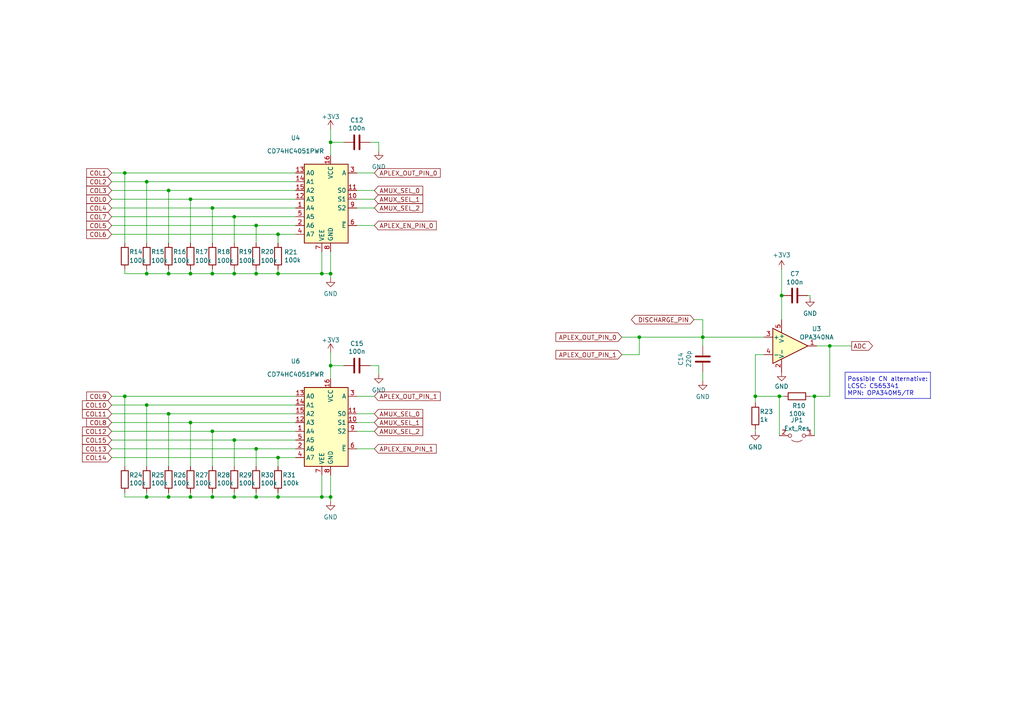
<source format=kicad_sch>
(kicad_sch (version 20230121) (generator eeschema)
  (paper "A4")
  (title_block (title "RF_R1_8-9Xu PCB") (date "2023-11-23") (rev "1.2") (company "LU.SV Solutions") (comment 1 "Cipulot PCB Design") (comment 2 "Cipulot") (comment 3 "GNU General Public License v3.0 "))
  (lib_symbols
    (symbol "74xx:74HC4051"
      (property "Reference" "U" (at -5.08 11.43 0))
      (property "Value" "74HC4051" (at -7.62 -13.97 0))
      (symbol "74HC4051_0_1"
        (rectangle (start -5.08 10.16) (end 7.62 -12.7) (stroke (width 0.254)) (fill (type background)))
      )
      (symbol "74HC4051_1_1"
        (pin passive line (at 10.16 -2.54 180) (length 2.54) (name "A4") (number "1"))
        (pin input line (at -7.62 0 0) (length 2.54) (name "S1") (number "10"))
        (pin input line (at -7.62 2.54 0) (length 2.54) (name "S0") (number "11"))
        (pin passive line (at 10.16 0 180) (length 2.54) (name "A3") (number "12"))
        (pin passive line (at 10.16 7.62 180) (length 2.54) (name "A0") (number "13"))
        (pin passive line (at 10.16 5.08 180) (length 2.54) (name "A1") (number "14"))
        (pin passive line (at 10.16 2.54 180) (length 2.54) (name "A2") (number "15"))
        (pin power_in line (at 0 12.7 270) (length 2.54) (name "VCC") (number "16"))
        (pin passive line (at 10.16 -7.62 180) (length 2.54) (name "A6") (number "2"))
        (pin passive line (at -7.62 7.62 0) (length 2.54) (name "A") (number "3"))
        (pin passive line (at 10.16 -10.16 180) (length 2.54) (name "A7") (number "4"))
        (pin passive line (at 10.16 -5.08 180) (length 2.54) (name "A5") (number "5"))
        (pin input line (at -7.62 -7.62 0) (length 2.54) (name "~{E}") (number "6"))
        (pin power_in line (at 2.54 -15.24 90) (length 2.54) (name "VEE") (number "7"))
        (pin power_in line (at 0 -15.24 90) (length 2.54) (name "GND") (number "8"))
        (pin input line (at -7.62 -2.54 0) (length 2.54) (name "S2") (number "9"))
      )
    )
    (symbol "Amplifier_Operational:OPA340NA" (pin_names (offset 0.127))
      (property "Reference" "U" (at -1.27 6.35 0))
      (property "Value" "OPA340NA" (at -1.27 3.81 0))
      (symbol "OPA340NA_0_1"
        (polyline (pts (xy -5.08 5.08) (xy 5.08 0) (xy -5.08 -5.08) (xy -5.08 5.08)) (stroke (width 0.254)) (fill (type background)))
        (pin power_in line (at -2.54 -7.62 90) (length 3.81) (name "V-") (number "2"))
        (pin power_in line (at -2.54 7.62 270) (length 3.81) (name "V+") (number "5"))
      )
      (symbol "OPA340NA_1_1"
        (pin output line (at 7.62 0 180) (length 2.54) (name "~") (number "1"))
        (pin input line (at -7.62 2.54 0) (length 2.54) (name "+") (number "3"))
        (pin input line (at -7.62 -2.54 0) (length 2.54) (name "-") (number "4"))
      )
    )
    (symbol "Device:C" (pin_numbers hide) (pin_names (offset 0.254))
      (property "Reference" "C" (at 0.635 2.54 0))
      (property "Value" "C" (at 0.635 -2.54 0))
      (symbol "C_0_1"
        (polyline (pts (xy -2.032 -0.762) (xy 2.032 -0.762)) (stroke (width 0.508)))
        (polyline (pts (xy -2.032 0.762) (xy 2.032 0.762)) (stroke (width 0.508)))
      )
      (symbol "C_1_1"
        (pin passive line (at 0 3.81 270) (length 2.794) (name "~") (number "1"))
        (pin passive line (at 0 -3.81 90) (length 2.794) (name "~") (number "2"))
      )
    )
    (symbol "Device:R" (pin_numbers hide) (pin_names (offset 0))
      (property "Reference" "R" (at 2.032 0 90))
      (property "Value" "R" (at 0 0 90))
      (symbol "R_0_1"
        (rectangle (start -1.016 -2.54) (end 1.016 2.54) (stroke (width 0.254)))
      )
      (symbol "R_1_1"
        (pin passive line (at 0 3.81 270) (length 1.27) (name "~") (number "1"))
        (pin passive line (at 0 -3.81 90) (length 1.27) (name "~") (number "2"))
      )
    )
    (symbol "Jumper:Jumper_2_Open" (pin_names (offset 0) hide)
      (property "Reference" "JP" (at 0 2.794 0))
      (property "Value" "Jumper_2_Open" (at 0 -2.286 0))
      (symbol "Jumper_2_Open_0_0"
        (circle (center -2.032 0) (radius 0.508))
        (circle (center 2.032 0) (radius 0.508))
      )
      (symbol "Jumper_2_Open_0_1"
        (arc (start 1.524 1.27) (mid 0 1.778) (end -1.524 1.27))
      )
      (symbol "Jumper_2_Open_1_1"
        (pin passive line (at -5.08 0 0) (length 2.54) (name "A") (number "1"))
        (pin passive line (at 5.08 0 180) (length 2.54) (name "B") (number "2"))
      )
    )
    (symbol "power:+3.3V" (power) (pin_names (offset 0))
      (property "Value" "+3.3V" (at 0 3.556 0))
      (symbol "+3.3V_0_1"
        (polyline (pts (xy -0.762 1.27) (xy 0 2.54)))
        (polyline (pts (xy 0 0) (xy 0 2.54)))
        (polyline (pts (xy 0 2.54) (xy 0.762 1.27)))
      )
      (symbol "+3.3V_1_1"
        (pin power_in line (at 0 0 90) (length 0) hide (name "+3V3") (number "1"))
      )
    )
    (symbol "power:GND" (power) (pin_names (offset 0))
      (property "Value" "GND" (at 0 -3.81 0))
      (symbol "GND_0_1"
        (polyline (pts (xy 0 0) (xy 0 -1.27) (xy 1.27 -1.27) (xy 0 -2.54) (xy -1.27 -1.27) (xy 0 -1.27)))
      )
      (symbol "GND_1_1"
        (pin power_in line (at 0 0 270) (length 0) hide (name "GND") (number "1"))
      )
    )
  )
  (junction (at 93.345 79.375))
  (junction (at 55.245 57.785))
  (junction (at 95.885 41.275))
  (junction (at 185.42 97.79))
  (junction (at 95.885 79.375))
  (junction (at 80.645 132.715))
  (junction (at 74.295 130.175))
  (junction (at 240.665 100.33))
  (junction (at 219.075 114.935))
  (junction (at 74.295 79.375))
  (junction (at 67.945 144.145))
  (junction (at 42.545 117.475))
  (junction (at 67.945 127.635))
  (junction (at 93.345 144.145))
  (junction (at 48.895 79.375))
  (junction (at 55.245 79.375))
  (junction (at 236.22 114.935))
  (junction (at 226.695 85.725))
  (junction (at 67.945 79.375))
  (junction (at 42.545 79.375))
  (junction (at 61.595 60.325))
  (junction (at 95.885 106.045))
  (junction (at 61.595 125.095))
  (junction (at 42.545 144.145))
  (junction (at 74.295 65.405))
  (junction (at 48.895 144.145))
  (junction (at 55.245 144.145))
  (junction (at 80.645 67.945))
  (junction (at 67.945 62.865))
  (junction (at 95.885 144.145))
  (junction (at 36.195 50.165))
  (junction (at 61.595 144.145))
  (junction (at 55.245 122.555))
  (junction (at 61.595 79.375))
  (junction (at 203.835 97.79))
  (junction (at 42.545 52.705))
  (junction (at 36.195 114.935))
  (junction (at 48.895 120.015))
  (junction (at 80.645 79.375))
  (junction (at 48.895 55.245))
  (junction (at 74.295 144.145))
  (junction (at 80.645 144.145))
  (junction (at 226.06 114.935))
  (wire (pts (xy 74.295 70.485) (xy 74.295 65.405)))
  (wire (pts (xy 103.505 114.935) (xy 108.585 114.935)))
  (wire (pts (xy 32.385 114.935) (xy 36.195 114.935)))
  (wire (pts (xy 36.195 114.935) (xy 85.725 114.935)))
  (wire (pts (xy 95.885 80.645) (xy 95.885 79.375)))
  (wire (pts (xy 36.195 70.485) (xy 36.195 50.165)))
  (wire (pts (xy 85.725 67.945) (xy 80.645 67.945)))
  (wire (pts (xy 234.95 85.725) (xy 234.95 86.36)))
  (wire (pts (xy 203.835 97.79) (xy 221.615 97.79)))
  (wire (pts (xy 36.195 144.145) (xy 42.545 144.145)))
  (wire (pts (xy 240.665 114.935) (xy 240.665 100.33)))
  (wire (pts (xy 74.295 78.105) (xy 74.295 79.375)))
  (wire (pts (xy 226.695 85.725) (xy 226.695 92.71)))
  (wire (pts (xy 48.895 70.485) (xy 48.895 55.245)))
  (polyline (pts (xy 245.11 107.95) (xy 245.11 115.57)))
  (wire (pts (xy 103.505 130.175) (xy 108.585 130.175)))
  (wire (pts (xy 107.315 106.045) (xy 109.855 106.045)))
  (wire (pts (xy 95.885 145.415) (xy 95.885 144.145)))
  (wire (pts (xy 180.34 97.79) (xy 185.42 97.79)))
  (wire (pts (xy 85.725 57.785) (xy 55.245 57.785)))
  (wire (pts (xy 80.645 70.485) (xy 80.645 67.945)))
  (wire (pts (xy 67.945 144.145) (xy 74.295 144.145)))
  (wire (pts (xy 55.245 122.555) (xy 32.385 122.555)))
  (wire (pts (xy 48.895 79.375) (xy 55.245 79.375)))
  (wire (pts (xy 80.645 135.255) (xy 80.645 132.715)))
  (wire (pts (xy 85.725 52.705) (xy 42.545 52.705)))
  (wire (pts (xy 55.245 144.145) (xy 61.595 144.145)))
  (wire (pts (xy 85.725 122.555) (xy 55.245 122.555)))
  (wire (pts (xy 67.945 79.375) (xy 74.295 79.375)))
  (wire (pts (xy 85.725 55.245) (xy 48.895 55.245)))
  (wire (pts (xy 95.885 41.275) (xy 95.885 45.085)))
  (wire (pts (xy 219.075 114.935) (xy 226.06 114.935)))
  (wire (pts (xy 93.345 137.795) (xy 93.345 144.145)))
  (wire (pts (xy 32.385 125.095) (xy 61.595 125.095)))
  (polyline (pts (xy 245.11 107.95) (xy 269.875 107.95)))
  (wire (pts (xy 85.725 60.325) (xy 61.595 60.325)))
  (wire (pts (xy 55.245 78.105) (xy 55.245 79.375)))
  (wire (pts (xy 48.895 120.015) (xy 32.385 120.015)))
  (wire (pts (xy 61.595 60.325) (xy 32.385 60.325)))
  (wire (pts (xy 61.595 144.145) (xy 67.945 144.145)))
  (wire (pts (xy 108.585 65.405) (xy 103.505 65.405)))
  (wire (pts (xy 61.595 79.375) (xy 67.945 79.375)))
  (wire (pts (xy 85.725 127.635) (xy 67.945 127.635)))
  (wire (pts (xy 32.385 67.945) (xy 80.645 67.945)))
  (wire (pts (xy 80.645 79.375) (xy 93.345 79.375)))
  (wire (pts (xy 109.855 106.045) (xy 109.855 108.585)))
  (wire (pts (xy 74.295 144.145) (xy 80.645 144.145)))
  (wire (pts (xy 203.835 92.71) (xy 203.835 97.79)))
  (wire (pts (xy 226.06 114.935) (xy 226.06 126.365)))
  (wire (pts (xy 236.22 114.935) (xy 236.22 126.365)))
  (wire (pts (xy 226.695 78.105) (xy 226.695 85.725)))
  (wire (pts (xy 67.945 78.105) (xy 67.945 79.375)))
  (wire (pts (xy 85.725 125.095) (xy 61.595 125.095)))
  (wire (pts (xy 48.895 78.105) (xy 48.895 79.375)))
  (wire (pts (xy 55.245 122.555) (xy 55.245 135.255)))
  (wire (pts (xy 42.545 142.875) (xy 42.545 144.145)))
  (wire (pts (xy 80.645 144.145) (xy 93.345 144.145)))
  (wire (pts (xy 42.545 70.485) (xy 42.545 52.705)))
  (wire (pts (xy 42.545 52.705) (xy 32.385 52.705)))
  (wire (pts (xy 42.545 135.255) (xy 42.545 117.475)))
  (wire (pts (xy 32.385 130.175) (xy 74.295 130.175)))
  (wire (pts (xy 93.345 73.025) (xy 93.345 79.375)))
  (wire (pts (xy 234.95 114.935) (xy 236.22 114.935)))
  (wire (pts (xy 48.895 142.875) (xy 48.895 144.145)))
  (wire (pts (xy 236.22 114.935) (xy 240.665 114.935)))
  (wire (pts (xy 36.195 50.165) (xy 85.725 50.165)))
  (wire (pts (xy 203.835 100.33) (xy 203.835 97.79)))
  (wire (pts (xy 36.195 142.875) (xy 36.195 144.145)))
  (wire (pts (xy 103.505 57.785) (xy 108.585 57.785)))
  (wire (pts (xy 109.855 41.275) (xy 109.855 43.815)))
  (wire (pts (xy 85.725 62.865) (xy 67.945 62.865)))
  (wire (pts (xy 180.34 102.87) (xy 185.42 102.87)))
  (wire (pts (xy 85.725 117.475) (xy 42.545 117.475)))
  (wire (pts (xy 95.885 102.235) (xy 95.885 106.045)))
  (wire (pts (xy 74.295 65.405) (xy 85.725 65.405)))
  (wire (pts (xy 32.385 50.165) (xy 36.195 50.165)))
  (wire (pts (xy 48.895 135.255) (xy 48.895 120.015)))
  (wire (pts (xy 203.835 107.95) (xy 203.835 110.49)))
  (wire (pts (xy 219.075 102.87) (xy 221.615 102.87)))
  (wire (pts (xy 108.585 50.165) (xy 103.505 50.165)))
  (wire (pts (xy 61.595 70.485) (xy 61.595 60.325)))
  (wire (pts (xy 185.42 97.79) (xy 185.42 102.87)))
  (wire (pts (xy 67.945 135.255) (xy 67.945 127.635)))
  (wire (pts (xy 61.595 78.105) (xy 61.595 79.375)))
  (wire (pts (xy 74.295 135.255) (xy 74.295 130.175)))
  (wire (pts (xy 55.245 79.375) (xy 61.595 79.375)))
  (wire (pts (xy 95.885 137.795) (xy 95.885 144.145)))
  (wire (pts (xy 61.595 142.875) (xy 61.595 144.145)))
  (wire (pts (xy 107.315 41.275) (xy 109.855 41.275)))
  (wire (pts (xy 48.895 55.245) (xy 32.385 55.245)))
  (wire (pts (xy 36.195 135.255) (xy 36.195 114.935)))
  (wire (pts (xy 80.645 142.875) (xy 80.645 144.145)))
  (wire (pts (xy 103.505 122.555) (xy 108.585 122.555)))
  (wire (pts (xy 67.945 62.865) (xy 32.385 62.865)))
  (wire (pts (xy 42.545 144.145) (xy 48.895 144.145)))
  (wire (pts (xy 93.345 144.145) (xy 95.885 144.145)))
  (wire (pts (xy 55.245 57.785) (xy 32.385 57.785)))
  (wire (pts (xy 36.195 78.105) (xy 36.195 79.375)))
  (wire (pts (xy 55.245 57.785) (xy 55.245 70.485)))
  (wire (pts (xy 85.725 120.015) (xy 48.895 120.015)))
  (wire (pts (xy 67.945 127.635) (xy 32.385 127.635)))
  (wire (pts (xy 219.075 124.46) (xy 219.075 125.095)))
  (wire (pts (xy 32.385 65.405) (xy 74.295 65.405)))
  (wire (pts (xy 93.345 79.375) (xy 95.885 79.375)))
  (wire (pts (xy 95.885 37.465) (xy 95.885 41.275)))
  (wire (pts (xy 61.595 125.095) (xy 61.595 135.255)))
  (wire (pts (xy 36.195 79.375) (xy 42.545 79.375)))
  (polyline (pts (xy 269.875 115.57) (xy 269.875 107.95)))
  (wire (pts (xy 74.295 142.875) (xy 74.295 144.145)))
  (wire (pts (xy 32.385 132.715) (xy 80.645 132.715)))
  (wire (pts (xy 42.545 79.375) (xy 48.895 79.375)))
  (wire (pts (xy 74.295 79.375) (xy 80.645 79.375)))
  (wire (pts (xy 42.545 78.105) (xy 42.545 79.375)))
  (wire (pts (xy 234.315 85.725) (xy 234.95 85.725)))
  (wire (pts (xy 226.06 114.935) (xy 227.33 114.935)))
  (wire (pts (xy 48.895 144.145) (xy 55.245 144.145)))
  (wire (pts (xy 99.695 41.275) (xy 95.885 41.275)))
  (wire (pts (xy 99.695 106.045) (xy 95.885 106.045)))
  (wire (pts (xy 67.945 70.485) (xy 67.945 62.865)))
  (wire (pts (xy 240.665 100.33) (xy 236.855 100.33)))
  (wire (pts (xy 103.505 60.325) (xy 108.585 60.325)))
  (wire (pts (xy 42.545 117.475) (xy 32.385 117.475)))
  (wire (pts (xy 55.245 142.875) (xy 55.245 144.145)))
  (wire (pts (xy 67.945 142.875) (xy 67.945 144.145)))
  (wire (pts (xy 185.42 97.79) (xy 203.835 97.79)))
  (wire (pts (xy 95.885 106.045) (xy 95.885 109.855)))
  (wire (pts (xy 103.505 125.095) (xy 108.585 125.095)))
  (wire (pts (xy 219.075 102.87) (xy 219.075 114.935)))
  (polyline (pts (xy 245.11 115.57) (xy 269.875 115.57)))
  (wire (pts (xy 219.075 114.935) (xy 219.075 116.84)))
  (wire (pts (xy 103.505 55.245) (xy 108.585 55.245)))
  (wire (pts (xy 201.295 92.71) (xy 203.835 92.71)))
  (wire (pts (xy 103.505 120.015) (xy 108.585 120.015)))
  (wire (pts (xy 247.015 100.33) (xy 240.665 100.33)))
  (wire (pts (xy 80.645 78.105) (xy 80.645 79.375)))
  (wire (pts (xy 74.295 130.175) (xy 85.725 130.175)))
  (wire (pts (xy 95.885 73.025) (xy 95.885 79.375)))
  (wire (pts (xy 85.725 132.715) (xy 80.645 132.715)))
  (text "Possible CN alternative:\nLCSC: C565341\nMPN: OPA340M5/TR" (at 245.745 114.935 0) (effects (font (size 1.27 1.27)) (justify left bottom)))
  (global_label "AMUX_SEL_2" (shape input) (at 108.585 125.095 0) (property "Intersheetrefs" "${INTERSHEET_REFS}" (effects hide)))
  (global_label "COL2" (shape input) (at 32.385 52.705 180) (property "Intersheetrefs" "${INTERSHEET_REFS}" (effects hide)))
  (global_label "APLEX_OUT_PIN_1" (shape input) (at 180.34 102.87 180) (property "Intersheetrefs" "${INTERSHEET_REFS}" (effects hide)))
  (global_label "COL11" (shape input) (at 32.385 120.015 180) (property "Intersheetrefs" "${INTERSHEET_REFS}" (effects hide)))
  (global_label "COL3" (shape input) (at 32.385 55.245 180) (property "Intersheetrefs" "${INTERSHEET_REFS}" (effects hide)))
  (global_label "AMUX_SEL_0" (shape input) (at 108.585 55.245 0) (property "Intersheetrefs" "${INTERSHEET_REFS}" (effects hide)))
  (global_label "APLEX_OUT_PIN_1" (shape input) (at 108.585 114.935 0) (property "Intersheetrefs" "${INTERSHEET_REFS}" (effects hide)))
  (global_label "APLEX_OUT_PIN_0" (shape input) (at 180.34 97.79 180) (property "Intersheetrefs" "${INTERSHEET_REFS}" (effects hide)))
  (global_label "COL9" (shape input) (at 32.385 114.935 180) (property "Intersheetrefs" "${INTERSHEET_REFS}" (effects hide)))
  (global_label "AMUX_SEL_1" (shape input) (at 108.585 57.785 0) (property "Intersheetrefs" "${INTERSHEET_REFS}" (effects hide)))
  (global_label "COL4" (shape input) (at 32.385 60.325 180) (property "Intersheetrefs" "${INTERSHEET_REFS}" (effects hide)))
  (global_label "COL7" (shape input) (at 32.385 62.865 180) (property "Intersheetrefs" "${INTERSHEET_REFS}" (effects hide)))
  (global_label "APLEX_OUT_PIN_0" (shape input) (at 108.585 50.165 0) (property "Intersheetrefs" "${INTERSHEET_REFS}" (effects hide)))
  (global_label "AMUX_SEL_1" (shape input) (at 108.585 122.555 0) (property "Intersheetrefs" "${INTERSHEET_REFS}" (effects hide)))
  (global_label "COL14" (shape input) (at 32.385 132.715 180) (property "Intersheetrefs" "${INTERSHEET_REFS}" (effects hide)))
  (global_label "COL15" (shape input) (at 32.385 127.635 180) (property "Intersheetrefs" "${INTERSHEET_REFS}" (effects hide)))
  (global_label "COL12" (shape input) (at 32.385 125.095 180) (property "Intersheetrefs" "${INTERSHEET_REFS}" (effects hide)))
  (global_label "AMUX_SEL_2" (shape input) (at 108.585 60.325 0) (property "Intersheetrefs" "${INTERSHEET_REFS}" (effects hide)))
  (global_label "COL1" (shape input) (at 32.385 50.165 180) (property "Intersheetrefs" "${INTERSHEET_REFS}" (effects hide)))
  (global_label "COL6" (shape input) (at 32.385 67.945 180) (property "Intersheetrefs" "${INTERSHEET_REFS}" (effects hide)))
  (global_label "COL8" (shape input) (at 32.385 122.555 180) (property "Intersheetrefs" "${INTERSHEET_REFS}" (effects hide)))
  (global_label "COL13" (shape input) (at 32.385 130.175 180) (property "Intersheetrefs" "${INTERSHEET_REFS}" (effects hide)))
  (global_label "COL10" (shape input) (at 32.385 117.475 180) (property "Intersheetrefs" "${INTERSHEET_REFS}" (effects hide)))
  (global_label "APLEX_EN_PIN_0" (shape input) (at 108.585 65.405 0) (property "Intersheetrefs" "${INTERSHEET_REFS}" (effects hide)))
  (global_label "COL0" (shape input) (at 32.385 57.785 180) (property "Intersheetrefs" "${INTERSHEET_REFS}" (effects hide)))
  (global_label "DISCHARGE_PIN" (shape bidirectional) (at 201.295 92.71 180) (property "Intersheetrefs" "${INTERSHEET_REFS}" (effects hide)))
  (global_label "ADC" (shape output) (at 247.015 100.33 0) (property "Intersheetrefs" "${INTERSHEET_REFS}" (effects hide)))
  (global_label "AMUX_SEL_0" (shape input) (at 108.585 120.015 0) (property "Intersheetrefs" "${INTERSHEET_REFS}" (effects hide)))
  (global_label "APLEX_EN_PIN_1" (shape input) (at 108.585 130.175 0) (property "Intersheetrefs" "${INTERSHEET_REFS}" (effects hide)))
  (global_label "COL5" (shape input) (at 32.385 65.405 180) (property "Intersheetrefs" "${INTERSHEET_REFS}" (effects hide)))
  (symbol (lib_id "Device:R") (at 36.195 139.065 0) (unit 1)
    (property "Reference" "R24" (at 37.465 137.795 0) (effects (justify left)))
    (property "Value" "100k" (at 37.465 140.1064 0) (effects (justify left)))
    (property "Footprint" "Resistor_SMD:R_0402_1005Metric" (effects hide))
    (property "LCSC" "C25741" (effects hide))
    (property "MPN" "0402WGF1003TCE" (effects hide))
  )
  (symbol (lib_id "Device:R") (at 61.595 139.065 0) (unit 1)
    (property "Reference" "R28" (at 62.865 137.795 0) (effects (justify left)))
    (property "Value" "100k" (at 62.865 140.1064 0) (effects (justify left)))
    (property "Footprint" "Resistor_SMD:R_0402_1005Metric" (effects hide))
    (property "LCSC" "C25741" (effects hide))
    (property "MPN" "0402WGF1003TCE" (effects hide))
  )
  (symbol (lib_id "power:GND") (at 234.95 86.36 0) (unit 1)
    (property "Reference" "#PWR067" (effects hide))
    (property "Value" "GND" (at 234.95 90.9225 0))
  )
  (symbol (lib_id "power:GND") (at 226.695 107.95 0) (unit 1)
    (property "Reference" "#PWR069" (effects hide))
    (property "Value" "GND" (at 226.695 112.0831 0))
  )
  (symbol (lib_id "Device:R") (at 42.545 74.295 0) (unit 1)
    (property "Reference" "R15" (at 43.815 73.025 0) (effects (justify left)))
    (property "Value" "100k" (at 43.815 75.565 0) (effects (justify left)))
    (property "Footprint" "Resistor_SMD:R_0402_1005Metric" (effects hide))
    (property "LCSC" "C25741" (effects hide))
    (property "MPN" "0402WGF1003TCE" (effects hide))
  )
  (symbol (lib_id "Device:R") (at 67.945 139.065 0) (unit 1)
    (property "Reference" "R29" (at 69.215 137.795 0) (effects (justify left)))
    (property "Value" "100k" (at 69.215 140.1064 0) (effects (justify left)))
    (property "Footprint" "Resistor_SMD:R_0402_1005Metric" (effects hide))
    (property "LCSC" "C25741" (effects hide))
    (property "MPN" "0402WGF1003TCE" (effects hide))
  )
  (symbol (lib_id "power:GND") (at 109.855 43.815 0) (unit 1)
    (property "Reference" "#PWR060" (effects hide))
    (property "Value" "GND" (at 109.855 48.3775 0))
  )
  (symbol (lib_id "Jumper:Jumper_2_Open") (at 231.14 126.365 180) (unit 1)
    (property "Reference" "JP1" (at 231.14 121.8397 0))
    (property "Value" "Ext_Res" (at 231.14 124.2639 0))
    (property "Footprint" "Resistor_SMD:R_0603_1608Metric_Pad0.98x0.95mm_HandSolder" (effects hide))
  )
  (symbol (lib_id "74xx:74HC4051") (at 95.885 57.785 0) (mirror y) (unit 1)
    (property "Reference" "U4" (at 85.725 40.005 0))
    (property "Value" "CD74HC4051PWR" (at 85.725 43.815 0))
    (property "Footprint" "cipulot_parts:TSSOP16" (effects hide))
    (property "Datasheet" "http://www.ti.com/lit/ds/symlink/cd74hc4051.pdf" (effects hide))
    (property "LCSC" "C352826" (effects hide))
    (property "MPN" "CD74HC4051PWR" (effects hide))
  )
  (symbol (lib_id "Amplifier_Operational:OPA340NA") (at 229.235 100.33 0) (unit 1)
    (property "Reference" "U3" (at 236.855 95.3658 0))
    (property "Value" "OPA340NA" (at 236.855 97.79 0))
    (property "Footprint" "Package_TO_SOT_SMD:SOT-23-5" (effects hide))
    (property "Datasheet" "http://www.ti.com/lit/ds/symlink/opa340.pdf" (effects hide))
    (property "LCSC" "C73479" (effects hide))
    (property "MPN" "OPA340NA/3K" (effects hide))
  )
  (symbol (lib_id "Device:R") (at 67.945 74.295 0) (unit 1)
    (property "Reference" "R19" (at 69.215 73.025 0) (effects (justify left)))
    (property "Value" "100k" (at 69.215 75.565 0) (effects (justify left)))
    (property "Footprint" "Resistor_SMD:R_0402_1005Metric" (effects hide))
    (property "LCSC" "C25741" (effects hide))
    (property "MPN" "0402WGF1003TCE" (effects hide))
  )
  (symbol (lib_id "Device:R") (at 36.195 74.295 0) (unit 1)
    (property "Reference" "R14" (at 37.465 73.025 0) (effects (justify left)))
    (property "Value" "100k" (at 37.465 75.565 0) (effects (justify left)))
    (property "Footprint" "Resistor_SMD:R_0402_1005Metric" (effects hide))
    (property "LCSC" "C25741" (effects hide))
    (property "MPN" "0402WGF1003TCE" (effects hide))
  )
  (symbol (lib_id "Device:R") (at 80.645 139.065 0) (unit 1)
    (property "Reference" "R31" (at 81.915 137.795 0) (effects (justify left)))
    (property "Value" "100k" (at 81.915 140.1064 0) (effects (justify left)))
    (property "Footprint" "Resistor_SMD:R_0402_1005Metric" (effects hide))
    (property "LCSC" "C25741" (effects hide))
    (property "MPN" "0402WGF1003TCE" (effects hide))
  )
  (symbol (lib_id "power:GND") (at 203.835 110.49 0) (unit 1)
    (property "Reference" "#PWR070" (effects hide))
    (property "Value" "GND" (at 203.835 115.0525 0))
  )
  (symbol (lib_id "Device:R") (at 55.245 74.295 0) (unit 1)
    (property "Reference" "R17" (at 56.515 73.025 0) (effects (justify left)))
    (property "Value" "100k" (at 56.515 75.565 0) (effects (justify left)))
    (property "Footprint" "Resistor_SMD:R_0402_1005Metric" (effects hide))
    (property "LCSC" "C25741" (effects hide))
    (property "MPN" "0402WGF1003TCE" (effects hide))
  )
  (symbol (lib_id "power:GND") (at 109.855 108.585 0) (unit 1)
    (property "Reference" "#PWR066" (effects hide))
    (property "Value" "GND" (at 109.855 113.1475 0))
  )
  (symbol (lib_id "Device:R") (at 74.295 74.295 0) (unit 1)
    (property "Reference" "R20" (at 75.565 73.025 0) (effects (justify left)))
    (property "Value" "100k" (at 75.565 75.565 0) (effects (justify left)))
    (property "Footprint" "Resistor_SMD:R_0402_1005Metric" (effects hide))
    (property "LCSC" "C25741" (effects hide))
    (property "MPN" "0402WGF1003TCE" (effects hide))
  )
  (symbol (lib_id "Device:C") (at 203.835 104.14 0) (unit 1)
    (property "Reference" "C14" (at 197.4342 104.14 90))
    (property "Value" "220p" (at 199.7456 104.14 90))
    (property "Footprint" "Capacitor_SMD:C_0603_1608Metric" (effects hide))
    (property "LCSC" "C519500" (effects hide))
    (property "MPN" "CC0603FRNPO9BN221" (effects hide))
  )
  (symbol (lib_id "Device:R") (at 80.645 74.295 0) (unit 1)
    (property "Reference" "R21" (at 82.423 73.1266 0) (effects (justify left)))
    (property "Value" "100k" (at 82.423 75.438 0) (effects (justify left)))
    (property "Footprint" "Resistor_SMD:R_0402_1005Metric" (effects hide))
    (property "LCSC" "C25741" (effects hide))
    (property "MPN" "0402WGF1003TCE" (effects hide))
  )
  (symbol (lib_id "Device:R") (at 231.14 114.935 90) (unit 1)
    (property "Reference" "R10" (at 233.68 117.7036 90) (effects (justify left)))
    (property "Value" "100k" (at 233.68 120.015 90) (effects (justify left)))
    (property "Footprint" "Resistor_SMD:R_0603_1608Metric" (effects hide))
    (property "LCSC" "C25803" (effects hide))
    (property "MPN" "0603WAF1003T5E" (effects hide))
    (instances (project "RF_R1_8-9Xu" (path "" (reference "R10") (unit 1)) (path "" (reference "R22") (unit 1))))
  )
  (symbol (lib_id "Device:R") (at 48.895 139.065 0) (unit 1)
    (property "Reference" "R26" (at 50.165 137.795 0) (effects (justify left)))
    (property "Value" "100k" (at 50.165 140.1064 0) (effects (justify left)))
    (property "Footprint" "Resistor_SMD:R_0402_1005Metric" (effects hide))
    (property "LCSC" "C25741" (effects hide))
    (property "MPN" "0402WGF1003TCE" (effects hide))
  )
  (symbol (lib_id "Device:C") (at 230.505 85.725 270) (unit 1)
    (property "Reference" "C7" (at 230.505 79.4217 90))
    (property "Value" "100n" (at 230.505 81.8459 90))
    (property "Footprint" "Resistor_SMD:R_0603_1608Metric" (effects hide))
    (property "LCSC" "C14663" (effects hide))
    (property "MPN" "CC0603KRX7R9BB104" (effects hide))
    (instances (project "RF_R1_8-9Xu" (path "" (reference "C7") (unit 1)) (path "" (reference "C13") (unit 1))))
  )
  (symbol (lib_id "Device:R") (at 42.545 139.065 0) (unit 1)
    (property "Reference" "R25" (at 43.815 137.795 0) (effects (justify left)))
    (property "Value" "100k" (at 43.815 140.1064 0) (effects (justify left)))
    (property "Footprint" "Resistor_SMD:R_0402_1005Metric" (effects hide))
    (property "LCSC" "C25741" (effects hide))
    (property "MPN" "0402WGF1003TCE" (effects hide))
  )
  (symbol (lib_id "power:+3.3V") (at 226.695 78.105 0) (unit 1)
    (property "Reference" "#PWR065" (effects hide))
    (property "Value" "+3.3V" (at 226.695 73.9719 0))
  )
  (symbol (lib_id "Device:R") (at 48.895 74.295 0) (unit 1)
    (property "Reference" "R16" (at 50.165 73.025 0) (effects (justify left)))
    (property "Value" "100k" (at 50.165 75.565 0) (effects (justify left)))
    (property "Footprint" "Resistor_SMD:R_0402_1005Metric" (effects hide))
    (property "LCSC" "C25741" (effects hide))
    (property "MPN" "0402WGF1003TCE" (effects hide))
  )
  (symbol (lib_id "Device:C") (at 103.505 106.045 270) (unit 1)
    (property "Reference" "C15" (at 103.505 99.6442 90))
    (property "Value" "100n" (at 103.505 101.9556 90))
    (property "Footprint" "Capacitor_SMD:C_0402_1005Metric" (effects hide))
    (property "LCSC" "C307331" (effects hide))
    (property "MPN" "CL05B104KB54PNC" (effects hide))
  )
  (symbol (lib_id "power:GND") (at 95.885 80.645 0) (unit 1)
    (property "Reference" "#PWR062" (effects hide))
    (property "Value" "GND" (at 95.885 85.2075 0))
  )
  (symbol (lib_id "power:+3.3V") (at 95.885 37.465 0) (unit 1)
    (property "Reference" "#PWR059" (effects hide))
    (property "Value" "+3.3V" (at 95.885 33.8605 0))
  )
  (symbol (lib_id "power:GND") (at 219.075 125.095 0) (unit 1)
    (property "Reference" "#PWR071" (effects hide))
    (property "Value" "GND" (at 219.075 129.6575 0))
  )
  (symbol (lib_id "power:GND") (at 95.885 145.415 0) (unit 1)
    (property "Reference" "#PWR069" (effects hide))
    (property "Value" "GND" (at 95.885 149.9775 0))
  )
  (symbol (lib_id "Device:C") (at 103.505 41.275 270) (unit 1)
    (property "Reference" "C12" (at 103.505 34.8742 90))
    (property "Value" "100n" (at 103.505 37.1856 90))
    (property "Footprint" "Capacitor_SMD:C_0402_1005Metric" (effects hide))
    (property "LCSC" "C307331" (effects hide))
    (property "MPN" "CL05B104KB54PNC" (effects hide))
  )
  (symbol (lib_id "Device:R") (at 55.245 139.065 0) (unit 1)
    (property "Reference" "R27" (at 56.515 137.795 0) (effects (justify left)))
    (property "Value" "100k" (at 56.515 140.1064 0) (effects (justify left)))
    (property "Footprint" "Resistor_SMD:R_0402_1005Metric" (effects hide))
    (property "LCSC" "C25741" (effects hide))
    (property "MPN" "0402WGF1003TCE" (effects hide))
  )
  (symbol (lib_id "Device:R") (at 74.295 139.065 0) (unit 1)
    (property "Reference" "R30" (at 75.565 137.795 0) (effects (justify left)))
    (property "Value" "100k" (at 75.565 140.1064 0) (effects (justify left)))
    (property "Footprint" "Resistor_SMD:R_0402_1005Metric" (effects hide))
    (property "LCSC" "C25741" (effects hide))
    (property "MPN" "0402WGF1003TCE" (effects hide))
  )
  (symbol (lib_id "power:+3.3V") (at 95.885 102.235 0) (unit 1)
    (property "Reference" "#PWR064" (effects hide))
    (property "Value" "+3.3V" (at 95.885 98.6305 0))
  )
  (symbol (lib_id "Device:R") (at 219.075 120.65 0) (unit 1)
    (property "Reference" "R23" (at 220.345 119.38 0) (effects (justify left)))
    (property "Value" "1k" (at 220.345 121.6914 0) (effects (justify left)))
    (property "Footprint" "Resistor_SMD:R_0603_1608Metric" (effects hide))
    (property "LCSC" "C21190" (effects hide))
    (property "MPN" "0603WAF1001T5E" (effects hide))
  )
  (symbol (lib_id "74xx:74HC4051") (at 95.885 122.555 0) (mirror y) (unit 1)
    (property "Reference" "U6" (at 85.725 104.775 0))
    (property "Value" "CD74HC4051PWR" (at 85.725 108.585 0))
    (property "Footprint" "cipulot_parts:TSSOP16" (effects hide))
    (property "Datasheet" "http://www.ti.com/lit/ds/symlink/cd74hc4051.pdf" (effects hide))
    (property "LCSC" "C352826" (effects hide))
    (property "MPN" "CD74HC4051PWR" (effects hide))
  )
  (symbol (lib_id "Device:R") (at 61.595 74.295 0) (unit 1)
    (property "Reference" "R18" (at 62.865 73.025 0) (effects (justify left)))
    (property "Value" "100k" (at 62.865 75.565 0) (effects (justify left)))
    (property "Footprint" "Resistor_SMD:R_0402_1005Metric" (effects hide))
    (property "LCSC" "C25741" (effects hide))
    (property "MPN" "0402WGF1003TCE" (effects hide))
  )
)
</source>
